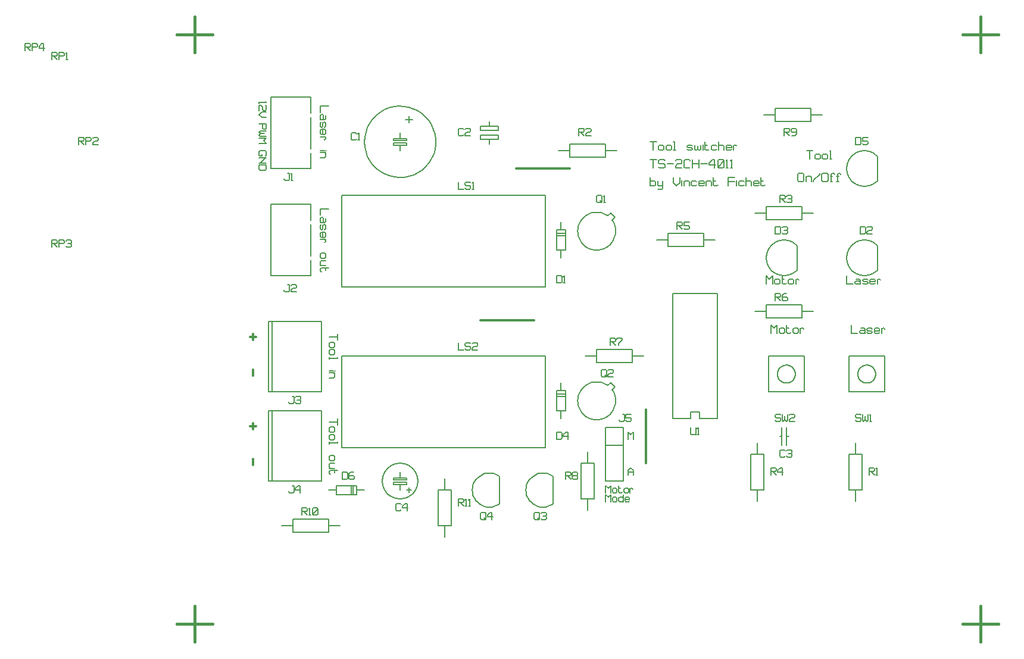
<source format=gbr>
G04                                                                  *
G04 SOURCE        : LAYO1 PCB.EXE VERSION 10                         *
G04 FORMAT        : GERBER RS-274X, Inch, 2.4, Leading Zero          *
G04 TITLE         : CNC3018SWITCHERV4011_SILKSCREEN TOP              *
G04 TIME          : Thursday, May 18, 2023  21:32:57                 *
G04                                                                  *
G04 Board width   : 125.000 mm. =  4.9213 inch                       *
G04 Board height  :  94.000 mm. =  3.7008 inch                       *
G04 Board offset  :   0.000 mm. =  0.0000 inch                       *
G04 Board offset  :   0.000 mm. =  0.0000 inch                       *
G04                                                                  *
G04 Apertures:                                                       *
G04       Type          X       Y             X       Y        Used  *
G04                      Inches                Metric                *
G04 D10   Draw        0.0118  0.0118        0.300   0.300        18  *
G04 D11   Draw        0.0079  0.0079        0.200   0.200      2527  *
G04 D12   Draw        0.0157  0.0157        0.400   0.400        16  *
G04                                                                  *
%FSLAX24Y24*
MOIN*
SFA1.0B1.0*%
%ADD10C,0.0118*%
%ADD11C,0.0079*%
%ADD12C,0.0157*%
%LNSILKSCREEN TOP*%
G54D10*
X020500Y028008D02*
X023500Y028008D01*
X018500Y019508D02*
X021500Y019508D01*
X027750Y014508D02*
X027750Y011508D01*
X005941Y018581D02*
X005587Y018581D01*
X005764Y018758D02*
X005764Y018404D01*
X005764Y016758D02*
X005764Y016404D01*
X005764Y011758D02*
X005764Y011404D01*
X005941Y013581D02*
X005587Y013581D01*
X005764Y013758D02*
X005764Y013404D01*
G54D11*
X014374Y029571D02*
X013626Y029571D01*
X013626Y029697D01*
X014374Y029697D01*
X014374Y029571D01*
X014374Y029445D02*
X013626Y029445D01*
X013626Y029319D01*
X014374Y029319D01*
X014374Y029445D01*
X014000Y029697D02*
X014000Y030008D01*
X014000Y029319D02*
X014000Y029008D01*
X012000Y029508D02*
X012000Y029508D01*
X012016Y029228D01*
X012079Y028953D01*
X012173Y028697D01*
X012303Y028445D01*
X012469Y028220D01*
X012665Y028024D01*
X012882Y027850D01*
X013126Y027713D01*
X013382Y027602D01*
X013657Y027539D01*
X013929Y027508D01*
X014213Y027516D01*
X014484Y027571D01*
X014752Y027657D01*
X015000Y027772D01*
X015236Y027929D01*
X015437Y028118D01*
X015618Y028335D01*
X015764Y028571D01*
X015882Y028827D01*
X015953Y029094D01*
X015992Y029366D01*
X015992Y029650D01*
X015953Y029929D01*
X015874Y030197D01*
X015764Y030453D01*
X015618Y030689D01*
X015437Y030898D01*
X015228Y031087D01*
X015000Y031244D01*
X014744Y031366D01*
X014476Y031453D01*
X014205Y031500D01*
X013929Y031508D01*
X013650Y031476D01*
X013374Y031406D01*
X013118Y031303D01*
X012874Y031165D01*
X012657Y030992D01*
X012469Y030787D01*
X012303Y030563D01*
X012173Y030319D01*
X012079Y030055D01*
X012016Y029780D01*
X012000Y029500D01*
X014689Y030760D02*
X014311Y030760D01*
X014500Y030945D02*
X014500Y030571D01*
X019000Y030634D02*
X019000Y030382D01*
X019500Y030382D01*
X019500Y030134D01*
X018500Y030134D01*
X018500Y030382D01*
X019000Y030382D01*
X019500Y029882D02*
X019500Y029634D01*
X018500Y029634D01*
X018500Y029882D01*
X019500Y029882D01*
X019000Y029382D02*
X019000Y029634D01*
X035374Y012508D02*
X035374Y013508D01*
X035626Y012508D02*
X035626Y013508D01*
X035626Y013008D02*
X035752Y013008D01*
X035374Y013008D02*
X035252Y013008D01*
X014374Y010008D02*
X014626Y010008D01*
X014500Y009882D02*
X014500Y010134D01*
X015000Y010508D02*
X015000Y010508D01*
X014969Y010764D01*
X014866Y011008D01*
X014705Y011220D01*
X014500Y011374D01*
X014256Y011476D01*
X014000Y011508D01*
X013744Y011476D01*
X013500Y011374D01*
X013287Y011213D01*
X013134Y011008D01*
X013031Y010764D01*
X013000Y010508D01*
X013031Y010252D01*
X013134Y010008D01*
X013295Y009795D01*
X013500Y009642D01*
X013744Y009539D01*
X014000Y009508D01*
X014256Y009539D01*
X014500Y009642D01*
X014713Y009803D01*
X014866Y010008D01*
X014969Y010252D01*
X015000Y010508D01*
X013626Y010445D02*
X014374Y010445D01*
X014374Y010319D01*
X013626Y010319D01*
X013626Y010445D01*
X013626Y010571D02*
X014374Y010571D01*
X014374Y010697D01*
X013626Y010697D01*
X013626Y010571D01*
X014000Y010697D02*
X014000Y011008D01*
X014000Y010319D02*
X014000Y010008D01*
X023000Y025008D02*
X023000Y024571D01*
X023252Y024571D01*
X023252Y023445D01*
X022748Y023445D01*
X022748Y024571D01*
X023000Y024571D01*
X023000Y023445D02*
X023000Y023008D01*
X022748Y024382D02*
X023252Y024382D01*
X023252Y024256D02*
X022748Y024256D01*
X040000Y022008D02*
X040256Y022039D01*
X040500Y022142D01*
X040713Y022303D01*
X040713Y023697D01*
X040500Y023874D01*
X040256Y023976D01*
X040000Y024008D01*
X039744Y023976D01*
X039500Y023874D01*
X039287Y023713D01*
X039134Y023508D01*
X039031Y023264D01*
X039000Y023008D01*
X039031Y022752D01*
X039134Y022508D01*
X039295Y022295D01*
X039500Y022142D01*
X039744Y022039D01*
X040000Y022008D01*
X035500Y022008D02*
X035756Y022039D01*
X036000Y022142D01*
X036213Y022303D01*
X036213Y023697D01*
X036000Y023874D01*
X035756Y023976D01*
X035500Y024008D01*
X035244Y023976D01*
X035000Y023874D01*
X034787Y023713D01*
X034634Y023508D01*
X034531Y023264D01*
X034500Y023008D01*
X034531Y022752D01*
X034634Y022508D01*
X034795Y022295D01*
X035000Y022142D01*
X035244Y022039D01*
X035500Y022008D01*
X023000Y016008D02*
X023000Y015571D01*
X023252Y015571D01*
X023252Y014445D01*
X022748Y014445D01*
X022748Y015571D01*
X023000Y015571D01*
X023000Y014445D02*
X023000Y014008D01*
X022748Y015382D02*
X023252Y015382D01*
X023252Y015256D02*
X022748Y015256D01*
X040000Y027008D02*
X040256Y027039D01*
X040500Y027142D01*
X040713Y027303D01*
X040713Y028697D01*
X040500Y028874D01*
X040256Y028976D01*
X040000Y029008D01*
X039744Y028976D01*
X039500Y028874D01*
X039287Y028713D01*
X039134Y028508D01*
X039031Y028264D01*
X039000Y028008D01*
X039031Y027752D01*
X039134Y027508D01*
X039295Y027295D01*
X039500Y027142D01*
X039744Y027039D01*
X040000Y027008D01*
X012000Y010008D02*
X011563Y010008D01*
X011563Y009756D01*
X010437Y009756D01*
X010437Y010260D01*
X011563Y010260D01*
X011563Y010008D01*
X010437Y010008D02*
X010000Y010008D01*
X011374Y010260D02*
X011374Y009756D01*
X011248Y009756D02*
X011248Y010260D01*
X009000Y028008D02*
X006750Y028008D01*
X009000Y028883D02*
X009000Y028008D01*
X009000Y029133D02*
X009000Y030883D01*
X009000Y031133D02*
X009000Y032008D01*
X006750Y032008D01*
X006750Y028008D01*
X009000Y022008D02*
X006750Y022008D01*
X009000Y022883D02*
X009000Y022008D01*
X009000Y023133D02*
X009000Y024883D01*
X009000Y025133D02*
X009000Y026008D01*
X006750Y026008D01*
X006750Y022008D01*
X006626Y015524D02*
X006626Y019461D01*
X009579Y019461D01*
X009579Y015524D01*
X006626Y015524D01*
X006843Y015524D02*
X006843Y019461D01*
X006626Y010524D02*
X006626Y014461D01*
X009579Y014461D01*
X009579Y010524D01*
X006626Y010524D01*
X006843Y010524D02*
X006843Y014461D01*
X026500Y013508D02*
X026500Y010508D01*
X025500Y010508D01*
X025500Y013508D01*
X026500Y013508D01*
X026500Y012508D02*
X025500Y012508D01*
X022126Y026508D02*
X022126Y021390D01*
X010713Y021390D01*
X010713Y026508D01*
X022126Y026508D01*
X022126Y017508D02*
X022126Y012390D01*
X010713Y012390D01*
X010713Y017508D01*
X022126Y017508D01*
X026063Y024508D02*
X026055Y024374D01*
X026024Y024236D01*
X025976Y024102D01*
X025921Y023969D01*
X025843Y023866D01*
X025752Y023760D01*
X025642Y023665D01*
X025539Y023587D01*
X025406Y023531D01*
X025272Y023484D01*
X025134Y023453D01*
X025000Y023445D01*
X024858Y023453D01*
X024720Y023484D01*
X024594Y023531D01*
X024469Y023587D01*
X024358Y023665D01*
X024248Y023760D01*
X024157Y023866D01*
X024087Y023969D01*
X024016Y024102D01*
X023969Y024236D01*
X023945Y024374D01*
X023937Y024508D01*
X023945Y024650D01*
X023969Y024787D01*
X024016Y024913D01*
X024079Y025039D01*
X024157Y025150D01*
X024248Y025260D01*
X024358Y025350D01*
X024469Y025421D01*
X024594Y025492D01*
X024720Y025539D01*
X024858Y025563D01*
X025000Y025563D01*
X025134Y025563D01*
X025272Y025539D01*
X025406Y025492D01*
X025539Y025421D01*
X025626Y025374D01*
X025780Y025524D01*
X026024Y025280D01*
X025866Y025126D01*
X025921Y025039D01*
X025984Y024913D01*
X026024Y024787D01*
X026055Y024650D01*
X026063Y024508D01*
X026063Y015008D02*
X026055Y014874D01*
X026024Y014736D01*
X025976Y014602D01*
X025921Y014469D01*
X025843Y014366D01*
X025752Y014260D01*
X025642Y014165D01*
X025539Y014087D01*
X025406Y014031D01*
X025272Y013984D01*
X025134Y013953D01*
X025000Y013945D01*
X024858Y013953D01*
X024720Y013984D01*
X024594Y014031D01*
X024469Y014087D01*
X024358Y014165D01*
X024248Y014260D01*
X024157Y014366D01*
X024087Y014469D01*
X024016Y014602D01*
X023969Y014736D01*
X023945Y014874D01*
X023937Y015008D01*
X023945Y015150D01*
X023969Y015287D01*
X024016Y015413D01*
X024079Y015539D01*
X024157Y015650D01*
X024248Y015760D01*
X024358Y015850D01*
X024469Y015921D01*
X024594Y015992D01*
X024720Y016039D01*
X024858Y016063D01*
X025000Y016063D01*
X025134Y016063D01*
X025272Y016039D01*
X025406Y015992D01*
X025539Y015921D01*
X025626Y015874D01*
X025780Y016024D01*
X026024Y015780D01*
X025866Y015626D01*
X025921Y015539D01*
X025984Y015413D01*
X026024Y015287D01*
X026055Y015150D01*
X026063Y015008D01*
X022563Y009252D02*
X022484Y009181D01*
X022366Y009134D01*
X022244Y009087D01*
X022118Y009063D01*
X022000Y009055D01*
X021874Y009063D01*
X021744Y009087D01*
X021524Y009181D01*
X021421Y009252D01*
X021319Y009335D01*
X021244Y009429D01*
X021181Y009524D01*
X021110Y009642D01*
X021071Y009764D01*
X021047Y009890D01*
X021039Y010008D01*
X021047Y010134D01*
X021071Y010264D01*
X021110Y010374D01*
X021173Y010484D01*
X021244Y010587D01*
X021319Y010689D01*
X021421Y010764D01*
X021524Y010827D01*
X021634Y010898D01*
X021744Y010937D01*
X021874Y010961D01*
X022118Y010961D01*
X022244Y010937D01*
X022366Y010898D01*
X022484Y010827D01*
X022563Y010787D01*
X022563Y009260D01*
X019563Y009252D02*
X019484Y009181D01*
X019366Y009134D01*
X019244Y009087D01*
X019118Y009063D01*
X019000Y009055D01*
X018874Y009063D01*
X018744Y009087D01*
X018524Y009181D01*
X018421Y009252D01*
X018319Y009335D01*
X018244Y009429D01*
X018181Y009524D01*
X018110Y009642D01*
X018071Y009764D01*
X018047Y009890D01*
X018039Y010008D01*
X018047Y010134D01*
X018071Y010264D01*
X018110Y010374D01*
X018173Y010484D01*
X018244Y010587D01*
X018319Y010689D01*
X018421Y010764D01*
X018524Y010827D01*
X018634Y010898D01*
X018744Y010937D01*
X018874Y010961D01*
X019118Y010961D01*
X019244Y010937D01*
X019366Y010898D01*
X019484Y010827D01*
X019563Y010787D01*
X019563Y009260D01*
X039500Y012634D02*
X039500Y012008D01*
X039126Y012008D01*
X039126Y010008D01*
X039874Y010008D01*
X039874Y012008D01*
X039500Y012008D01*
X039500Y010008D02*
X039500Y009382D01*
X022874Y029008D02*
X023500Y029008D01*
X023500Y028634D01*
X025500Y028634D01*
X025500Y029382D01*
X023500Y029382D01*
X023500Y029008D01*
X025500Y029008D02*
X026126Y029008D01*
X037126Y025508D02*
X036500Y025508D01*
X036500Y025882D01*
X034500Y025882D01*
X034500Y025134D01*
X036500Y025134D01*
X036500Y025508D01*
X034500Y025508D02*
X033874Y025508D01*
X034000Y012634D02*
X034000Y012008D01*
X033626Y012008D01*
X033626Y010008D01*
X034374Y010008D01*
X034374Y012008D01*
X034000Y012008D01*
X034000Y010008D02*
X034000Y009382D01*
X028374Y024008D02*
X029000Y024008D01*
X029000Y023634D01*
X031000Y023634D01*
X031000Y024382D01*
X029000Y024382D01*
X029000Y024008D01*
X031000Y024008D02*
X031626Y024008D01*
X037126Y020008D02*
X036500Y020008D01*
X036500Y020382D01*
X034500Y020382D01*
X034500Y019634D01*
X036500Y019634D01*
X036500Y020008D01*
X034500Y020008D02*
X033874Y020008D01*
X024374Y017508D02*
X025000Y017508D01*
X025000Y017134D01*
X027000Y017134D01*
X027000Y017882D01*
X025000Y017882D01*
X025000Y017508D01*
X027000Y017508D02*
X027626Y017508D01*
X024500Y012134D02*
X024500Y011508D01*
X024126Y011508D01*
X024126Y009508D01*
X024874Y009508D01*
X024874Y011508D01*
X024500Y011508D01*
X024500Y009508D02*
X024500Y008882D01*
X034374Y031008D02*
X035000Y031008D01*
X035000Y030634D01*
X037000Y030634D01*
X037000Y031382D01*
X035000Y031382D01*
X035000Y031008D01*
X037000Y031008D02*
X037626Y031008D01*
X007374Y008008D02*
X008000Y008008D01*
X008000Y007634D01*
X010000Y007634D01*
X010000Y008382D01*
X008000Y008382D01*
X008000Y008008D01*
X010000Y008008D02*
X010626Y008008D01*
X016500Y007382D02*
X016500Y008008D01*
X016874Y008008D01*
X016874Y010008D01*
X016126Y010008D01*
X016126Y008008D01*
X016500Y008008D01*
X016500Y010008D02*
X016500Y010634D01*
X041125Y015508D02*
X039125Y015508D01*
X039125Y017508D01*
X041125Y017508D01*
X041125Y015508D01*
X040125Y017008D02*
X040125Y017008D01*
X040108Y017008D01*
X040090Y017007D01*
X040073Y017005D01*
X040055Y017003D01*
X040038Y017000D01*
X040021Y016997D01*
X040004Y016993D01*
X039987Y016989D01*
X039970Y016983D01*
X039954Y016978D01*
X039938Y016971D01*
X039922Y016965D01*
X039906Y016957D01*
X039890Y016949D01*
X039875Y016941D01*
X039860Y016932D01*
X039845Y016922D01*
X039831Y016912D01*
X039817Y016902D01*
X039804Y016891D01*
X039790Y016879D01*
X039778Y016868D01*
X039765Y016855D01*
X039753Y016842D01*
X039742Y016829D01*
X039731Y016816D01*
X039720Y016802D01*
X039710Y016787D01*
X039701Y016773D01*
X039692Y016758D01*
X039684Y016743D01*
X039676Y016727D01*
X039668Y016711D01*
X039661Y016695D01*
X039655Y016679D01*
X039649Y016662D01*
X039644Y016646D01*
X039640Y016629D01*
X039636Y016612D01*
X039633Y016595D01*
X039630Y016577D01*
X039628Y016560D01*
X039626Y016543D01*
X039625Y016525D01*
X039625Y016508D01*
X039625Y016490D01*
X039626Y016473D01*
X039628Y016456D01*
X039630Y016438D01*
X039633Y016421D01*
X039636Y016404D01*
X039640Y016387D01*
X039644Y016370D01*
X039649Y016353D01*
X039655Y016337D01*
X039661Y016321D01*
X039668Y016305D01*
X039676Y016289D01*
X039684Y016273D01*
X039692Y016258D01*
X039701Y016243D01*
X039710Y016228D01*
X039720Y016214D01*
X039731Y016200D01*
X039742Y016186D01*
X039753Y016173D01*
X039765Y016161D01*
X039778Y016148D01*
X039790Y016136D01*
X039804Y016125D01*
X039817Y016114D01*
X039831Y016103D01*
X039845Y016093D01*
X039860Y016084D01*
X039875Y016075D01*
X039890Y016066D01*
X039906Y016058D01*
X039922Y016051D01*
X039938Y016044D01*
X039954Y016038D01*
X039970Y016032D01*
X039987Y016027D01*
X040004Y016023D01*
X040021Y016019D01*
X040038Y016015D01*
X040055Y016013D01*
X040073Y016011D01*
X040090Y016009D01*
X040108Y016008D01*
X040125Y016008D01*
X040142Y016008D01*
X040160Y016009D01*
X040177Y016011D01*
X040195Y016013D01*
X040212Y016015D01*
X040229Y016019D01*
X040246Y016023D01*
X040263Y016027D01*
X040280Y016032D01*
X040296Y016038D01*
X040312Y016044D01*
X040328Y016051D01*
X040344Y016058D01*
X040360Y016066D01*
X040375Y016075D01*
X040390Y016084D01*
X040405Y016093D01*
X040419Y016103D01*
X040433Y016114D01*
X040446Y016125D01*
X040460Y016136D01*
X040472Y016148D01*
X040485Y016161D01*
X040497Y016173D01*
X040508Y016186D01*
X040519Y016200D01*
X040530Y016214D01*
X040540Y016228D01*
X040549Y016243D01*
X040558Y016258D01*
X040566Y016273D01*
X040574Y016289D01*
X040582Y016305D01*
X040589Y016321D01*
X040595Y016337D01*
X040601Y016353D01*
X040606Y016370D01*
X040610Y016387D01*
X040614Y016404D01*
X040617Y016421D01*
X040620Y016438D01*
X040622Y016456D01*
X040624Y016473D01*
X040625Y016490D01*
X040625Y016508D01*
X040625Y016525D01*
X040624Y016543D01*
X040622Y016560D01*
X040620Y016577D01*
X040617Y016595D01*
X040614Y016612D01*
X040610Y016629D01*
X040606Y016646D01*
X040601Y016662D01*
X040595Y016679D01*
X040589Y016695D01*
X040582Y016711D01*
X040574Y016727D01*
X040566Y016743D01*
X040558Y016758D01*
X040549Y016773D01*
X040540Y016787D01*
X040530Y016802D01*
X040519Y016816D01*
X040508Y016829D01*
X040497Y016842D01*
X040485Y016855D01*
X040472Y016868D01*
X040460Y016879D01*
X040446Y016891D01*
X040433Y016902D01*
X040419Y016912D01*
X040405Y016922D01*
X040390Y016932D01*
X040375Y016941D01*
X040360Y016949D01*
X040344Y016957D01*
X040328Y016965D01*
X040312Y016971D01*
X040296Y016978D01*
X040280Y016983D01*
X040263Y016989D01*
X040246Y016993D01*
X040229Y016997D01*
X040212Y017000D01*
X040195Y017003D01*
X040177Y017005D01*
X040160Y017007D01*
X040142Y017008D01*
X040125Y017008D01*
X036625Y015508D02*
X034625Y015508D01*
X034625Y017508D01*
X036625Y017508D01*
X036625Y015508D01*
X035625Y017008D02*
X035625Y017008D01*
X035608Y017008D01*
X035590Y017007D01*
X035573Y017005D01*
X035555Y017003D01*
X035538Y017000D01*
X035521Y016997D01*
X035504Y016993D01*
X035487Y016989D01*
X035470Y016983D01*
X035454Y016978D01*
X035438Y016971D01*
X035422Y016965D01*
X035406Y016957D01*
X035390Y016949D01*
X035375Y016941D01*
X035360Y016932D01*
X035345Y016922D01*
X035331Y016912D01*
X035317Y016902D01*
X035304Y016891D01*
X035290Y016879D01*
X035278Y016868D01*
X035265Y016855D01*
X035253Y016842D01*
X035242Y016829D01*
X035231Y016816D01*
X035220Y016802D01*
X035210Y016787D01*
X035201Y016773D01*
X035192Y016758D01*
X035184Y016743D01*
X035176Y016727D01*
X035168Y016711D01*
X035161Y016695D01*
X035155Y016679D01*
X035149Y016662D01*
X035144Y016646D01*
X035140Y016629D01*
X035136Y016612D01*
X035133Y016595D01*
X035130Y016577D01*
X035128Y016560D01*
X035126Y016543D01*
X035125Y016525D01*
X035125Y016508D01*
X035125Y016490D01*
X035126Y016473D01*
X035128Y016456D01*
X035130Y016438D01*
X035133Y016421D01*
X035136Y016404D01*
X035140Y016387D01*
X035144Y016370D01*
X035149Y016353D01*
X035155Y016337D01*
X035161Y016321D01*
X035168Y016305D01*
X035176Y016289D01*
X035184Y016273D01*
X035192Y016258D01*
X035201Y016243D01*
X035210Y016228D01*
X035220Y016214D01*
X035231Y016200D01*
X035242Y016186D01*
X035253Y016173D01*
X035265Y016161D01*
X035278Y016148D01*
X035290Y016136D01*
X035304Y016125D01*
X035317Y016114D01*
X035331Y016103D01*
X035345Y016093D01*
X035360Y016084D01*
X035375Y016075D01*
X035390Y016066D01*
X035406Y016058D01*
X035422Y016051D01*
X035438Y016044D01*
X035454Y016038D01*
X035470Y016032D01*
X035487Y016027D01*
X035504Y016023D01*
X035521Y016019D01*
X035538Y016015D01*
X035555Y016013D01*
X035573Y016011D01*
X035590Y016009D01*
X035608Y016008D01*
X035625Y016008D01*
X035642Y016008D01*
X035660Y016009D01*
X035677Y016011D01*
X035695Y016013D01*
X035712Y016015D01*
X035729Y016019D01*
X035746Y016023D01*
X035763Y016027D01*
X035780Y016032D01*
X035796Y016038D01*
X035812Y016044D01*
X035828Y016051D01*
X035844Y016058D01*
X035860Y016066D01*
X035875Y016075D01*
X035890Y016084D01*
X035905Y016093D01*
X035919Y016103D01*
X035933Y016114D01*
X035946Y016125D01*
X035960Y016136D01*
X035972Y016148D01*
X035985Y016161D01*
X035997Y016173D01*
X036008Y016186D01*
X036019Y016200D01*
X036030Y016214D01*
X036040Y016228D01*
X036049Y016243D01*
X036058Y016258D01*
X036066Y016273D01*
X036074Y016289D01*
X036082Y016305D01*
X036089Y016321D01*
X036095Y016337D01*
X036101Y016353D01*
X036106Y016370D01*
X036110Y016387D01*
X036114Y016404D01*
X036117Y016421D01*
X036120Y016438D01*
X036122Y016456D01*
X036124Y016473D01*
X036125Y016490D01*
X036125Y016508D01*
X036125Y016525D01*
X036124Y016543D01*
X036122Y016560D01*
X036120Y016577D01*
X036117Y016595D01*
X036114Y016612D01*
X036110Y016629D01*
X036106Y016646D01*
X036101Y016662D01*
X036095Y016679D01*
X036089Y016695D01*
X036082Y016711D01*
X036074Y016727D01*
X036066Y016743D01*
X036058Y016758D01*
X036049Y016773D01*
X036040Y016787D01*
X036030Y016802D01*
X036019Y016816D01*
X036008Y016829D01*
X035997Y016842D01*
X035985Y016855D01*
X035972Y016868D01*
X035960Y016879D01*
X035946Y016891D01*
X035933Y016902D01*
X035919Y016912D01*
X035905Y016922D01*
X035890Y016932D01*
X035875Y016941D01*
X035860Y016949D01*
X035844Y016957D01*
X035828Y016965D01*
X035812Y016971D01*
X035796Y016978D01*
X035780Y016983D01*
X035763Y016989D01*
X035746Y016993D01*
X035729Y016997D01*
X035712Y017000D01*
X035695Y017003D01*
X035677Y017005D01*
X035660Y017007D01*
X035642Y017008D01*
X035625Y017008D01*
X029252Y014008D02*
X029252Y021008D01*
X031748Y021008D01*
X031748Y014008D01*
X030752Y014008D01*
X030752Y014382D01*
X030252Y014382D01*
X030252Y014008D01*
X029252Y014008D01*
X034750Y018785D02*
X034750Y019258D01*
X034927Y019081D01*
X035104Y019258D01*
X035104Y018785D01*
X035281Y018785D02*
X035222Y018844D01*
X035222Y019022D01*
X035281Y019081D01*
X035459Y019081D01*
X035518Y019022D01*
X035518Y018844D01*
X035459Y018785D01*
X035281Y018785D01*
X035636Y019258D02*
X035636Y018844D01*
X035695Y018785D01*
X035813Y018785D01*
X035872Y018844D01*
X035636Y019081D02*
X035754Y019081D01*
X036049Y018785D02*
X035990Y018844D01*
X035990Y019022D01*
X036049Y019081D01*
X036226Y019081D01*
X036285Y019022D01*
X036285Y018844D01*
X036226Y018785D01*
X036049Y018785D01*
X036404Y018785D02*
X036404Y019081D01*
X036404Y019022D02*
X036463Y019081D01*
X036522Y019081D01*
X036581Y019022D01*
X039250Y019258D02*
X039250Y018785D01*
X039604Y018785D01*
X039781Y019081D02*
X039959Y019081D01*
X040018Y019022D01*
X040018Y018785D01*
X040018Y018844D02*
X039959Y018785D01*
X039781Y018785D01*
X039722Y018844D01*
X039722Y018904D01*
X039781Y018963D01*
X039959Y018963D01*
X040018Y018904D01*
X040136Y018844D02*
X040195Y018785D01*
X040372Y018785D01*
X040431Y018844D01*
X040431Y018874D01*
X040372Y018933D01*
X040195Y018933D01*
X040136Y018992D01*
X040136Y019022D01*
X040195Y019081D01*
X040372Y019081D01*
X040431Y019022D01*
X040844Y018844D02*
X040785Y018785D01*
X040608Y018785D01*
X040549Y018844D01*
X040549Y019022D01*
X040608Y019081D01*
X040785Y019081D01*
X040844Y019022D01*
X040844Y018933D01*
X040549Y018933D01*
X040963Y018785D02*
X040963Y019081D01*
X040963Y019022D02*
X041022Y019081D01*
X041081Y019081D01*
X041140Y019022D01*
X028177Y029035D02*
X028177Y029508D01*
X028000Y029508D02*
X028354Y029508D01*
X028531Y029035D02*
X028472Y029094D01*
X028472Y029272D01*
X028531Y029331D01*
X028709Y029331D01*
X028768Y029272D01*
X028768Y029094D01*
X028709Y029035D01*
X028531Y029035D01*
X028945Y029035D02*
X028886Y029094D01*
X028886Y029272D01*
X028945Y029331D01*
X029122Y029331D01*
X029181Y029272D01*
X029181Y029094D01*
X029122Y029035D01*
X028945Y029035D01*
X029299Y029035D02*
X029417Y029035D01*
X029358Y029035D02*
X029358Y029508D01*
X029299Y029508D01*
X030067Y029094D02*
X030126Y029035D01*
X030303Y029035D01*
X030362Y029094D01*
X030362Y029124D01*
X030303Y029183D01*
X030126Y029183D01*
X030067Y029242D01*
X030067Y029272D01*
X030126Y029331D01*
X030303Y029331D01*
X030362Y029272D01*
X030480Y029331D02*
X030480Y029094D01*
X030539Y029035D01*
X030598Y029035D01*
X030657Y029094D01*
X030657Y029272D01*
X030657Y029094D02*
X030717Y029035D01*
X030776Y029035D01*
X030835Y029094D01*
X030835Y029331D01*
X030953Y029035D02*
X030953Y029272D01*
X030953Y029331D02*
X030953Y029360D01*
X031071Y029508D02*
X031071Y029094D01*
X031130Y029035D01*
X031248Y029035D01*
X031307Y029094D01*
X031071Y029331D02*
X031189Y029331D01*
X031720Y029094D02*
X031661Y029035D01*
X031484Y029035D01*
X031425Y029094D01*
X031425Y029272D01*
X031484Y029331D01*
X031661Y029331D01*
X031720Y029272D01*
X031839Y029508D02*
X031839Y029035D01*
X031839Y029272D02*
X031898Y029331D01*
X032075Y029331D01*
X032134Y029272D01*
X032134Y029035D01*
X032547Y029094D02*
X032488Y029035D01*
X032311Y029035D01*
X032252Y029094D01*
X032252Y029272D01*
X032311Y029331D01*
X032488Y029331D01*
X032547Y029272D01*
X032547Y029183D01*
X032252Y029183D01*
X032665Y029035D02*
X032665Y029331D01*
X032665Y029272D02*
X032724Y029331D01*
X032783Y029331D01*
X032843Y029272D01*
X028177Y028035D02*
X028177Y028508D01*
X028000Y028508D02*
X028354Y028508D01*
X028472Y028094D02*
X028531Y028035D01*
X028768Y028035D01*
X028827Y028094D01*
X028827Y028213D01*
X028768Y028272D01*
X028531Y028272D01*
X028472Y028331D01*
X028472Y028449D01*
X028531Y028508D01*
X028768Y028508D01*
X028827Y028449D01*
X028945Y028272D02*
X029299Y028272D01*
X029772Y028035D02*
X029417Y028035D01*
X029417Y028154D01*
X029535Y028272D01*
X029713Y028272D01*
X029772Y028331D01*
X029772Y028449D01*
X029713Y028508D01*
X029476Y028508D01*
X029417Y028449D01*
X030244Y028094D02*
X030185Y028035D01*
X029949Y028035D01*
X029890Y028094D01*
X029890Y028449D01*
X029949Y028508D01*
X030185Y028508D01*
X030244Y028449D01*
X030362Y028035D02*
X030362Y028508D01*
X030362Y028272D02*
X030717Y028272D01*
X030717Y028508D02*
X030717Y028035D01*
X030835Y028272D02*
X031189Y028272D01*
X031602Y028035D02*
X031602Y028508D01*
X031484Y028508D01*
X031307Y028331D01*
X031307Y028213D01*
X031661Y028213D01*
X031839Y028035D02*
X031780Y028094D01*
X031780Y028449D01*
X031839Y028508D01*
X032075Y028508D01*
X032134Y028449D01*
X032134Y028094D01*
X032075Y028035D01*
X031839Y028035D01*
X031780Y028094D02*
X032134Y028449D01*
X032252Y028035D02*
X032370Y028035D01*
X032311Y028035D02*
X032311Y028508D01*
X032252Y028449D01*
X032488Y028035D02*
X032606Y028035D01*
X032547Y028035D02*
X032547Y028508D01*
X032488Y028449D01*
X028000Y027035D02*
X028000Y027508D01*
X028000Y027272D02*
X028059Y027331D01*
X028236Y027331D01*
X028295Y027272D01*
X028295Y027094D01*
X028236Y027035D01*
X028059Y027035D01*
X028000Y027094D01*
X028443Y026858D02*
X028650Y026858D01*
X028709Y026917D01*
X028709Y027331D01*
X028709Y027094D02*
X028650Y027035D01*
X028472Y027035D01*
X028413Y027094D01*
X028413Y027331D01*
X029299Y027508D02*
X029299Y027213D01*
X029476Y027035D01*
X029654Y027213D01*
X029654Y027508D01*
X029772Y027035D02*
X029772Y027272D01*
X029772Y027331D02*
X029772Y027360D01*
X029890Y027035D02*
X029890Y027331D01*
X029890Y027272D02*
X029949Y027331D01*
X030126Y027331D01*
X030185Y027272D01*
X030185Y027035D01*
X030598Y027094D02*
X030539Y027035D01*
X030362Y027035D01*
X030303Y027094D01*
X030303Y027272D01*
X030362Y027331D01*
X030539Y027331D01*
X030598Y027272D01*
X031012Y027094D02*
X030953Y027035D01*
X030776Y027035D01*
X030717Y027094D01*
X030717Y027272D01*
X030776Y027331D01*
X030953Y027331D01*
X031012Y027272D01*
X031012Y027183D01*
X030717Y027183D01*
X031130Y027035D02*
X031130Y027331D01*
X031130Y027272D02*
X031189Y027331D01*
X031366Y027331D01*
X031425Y027272D01*
X031425Y027035D01*
X031543Y027508D02*
X031543Y027094D01*
X031602Y027035D01*
X031720Y027035D01*
X031780Y027094D01*
X031543Y027331D02*
X031661Y027331D01*
X032370Y027035D02*
X032370Y027508D01*
X032724Y027508D01*
X032724Y027272D02*
X032370Y027272D01*
X032843Y027035D02*
X032843Y027272D01*
X032843Y027331D02*
X032843Y027360D01*
X033256Y027094D02*
X033197Y027035D01*
X033020Y027035D01*
X032961Y027094D01*
X032961Y027272D01*
X033020Y027331D01*
X033197Y027331D01*
X033256Y027272D01*
X033374Y027508D02*
X033374Y027035D01*
X033374Y027272D02*
X033433Y027331D01*
X033610Y027331D01*
X033669Y027272D01*
X033669Y027035D01*
X034083Y027094D02*
X034024Y027035D01*
X033846Y027035D01*
X033787Y027094D01*
X033787Y027272D01*
X033846Y027331D01*
X034024Y027331D01*
X034083Y027272D01*
X034083Y027183D01*
X033787Y027183D01*
X034201Y027508D02*
X034201Y027094D01*
X034260Y027035D01*
X034378Y027035D01*
X034437Y027094D01*
X034201Y027331D02*
X034319Y027331D01*
X036927Y028535D02*
X036927Y029008D01*
X036750Y029008D02*
X037104Y029008D01*
X037281Y028535D02*
X037222Y028594D01*
X037222Y028772D01*
X037281Y028831D01*
X037459Y028831D01*
X037518Y028772D01*
X037518Y028594D01*
X037459Y028535D01*
X037281Y028535D01*
X037695Y028535D02*
X037636Y028594D01*
X037636Y028772D01*
X037695Y028831D01*
X037872Y028831D01*
X037931Y028772D01*
X037931Y028594D01*
X037872Y028535D01*
X037695Y028535D01*
X038049Y028535D02*
X038167Y028535D01*
X038108Y028535D02*
X038108Y029008D01*
X038049Y029008D01*
X036545Y027285D02*
X036309Y027285D01*
X036250Y027344D01*
X036250Y027699D01*
X036309Y027758D01*
X036545Y027758D01*
X036604Y027699D01*
X036604Y027344D01*
X036545Y027285D01*
X036722Y027285D02*
X036722Y027581D01*
X036722Y027522D02*
X036781Y027581D01*
X036959Y027581D01*
X037018Y027522D01*
X037018Y027285D01*
X037136Y027285D02*
X037136Y027344D01*
X037490Y027699D01*
X037490Y027758D01*
X037904Y027285D02*
X037667Y027285D01*
X037608Y027344D01*
X037608Y027699D01*
X037667Y027758D01*
X037904Y027758D01*
X037963Y027699D01*
X037963Y027344D01*
X037904Y027285D01*
X038317Y027699D02*
X038258Y027758D01*
X038199Y027758D01*
X038140Y027699D01*
X038140Y027285D01*
X038081Y027285D01*
X038199Y027285D01*
X038081Y027581D02*
X038199Y027581D01*
X038671Y027699D02*
X038612Y027758D01*
X038553Y027758D01*
X038494Y027699D01*
X038494Y027285D01*
X038435Y027285D01*
X038553Y027285D01*
X038435Y027581D02*
X038553Y027581D01*
X034500Y021535D02*
X034500Y022008D01*
X034677Y021831D01*
X034854Y022008D01*
X034854Y021535D01*
X035031Y021535D02*
X034972Y021594D01*
X034972Y021772D01*
X035031Y021831D01*
X035209Y021831D01*
X035268Y021772D01*
X035268Y021594D01*
X035209Y021535D01*
X035031Y021535D01*
X035386Y022008D02*
X035386Y021594D01*
X035445Y021535D01*
X035563Y021535D01*
X035622Y021594D01*
X035386Y021831D02*
X035504Y021831D01*
X035799Y021535D02*
X035740Y021594D01*
X035740Y021772D01*
X035799Y021831D01*
X035976Y021831D01*
X036035Y021772D01*
X036035Y021594D01*
X035976Y021535D01*
X035799Y021535D01*
X036154Y021535D02*
X036154Y021831D01*
X036154Y021772D02*
X036213Y021831D01*
X036272Y021831D01*
X036331Y021772D01*
X039000Y022008D02*
X039000Y021535D01*
X039354Y021535D01*
X039531Y021831D02*
X039709Y021831D01*
X039768Y021772D01*
X039768Y021535D01*
X039768Y021594D02*
X039709Y021535D01*
X039531Y021535D01*
X039472Y021594D01*
X039472Y021654D01*
X039531Y021713D01*
X039709Y021713D01*
X039768Y021654D01*
X039886Y021594D02*
X039945Y021535D01*
X040122Y021535D01*
X040181Y021594D01*
X040181Y021624D01*
X040122Y021683D01*
X039945Y021683D01*
X039886Y021742D01*
X039886Y021772D01*
X039945Y021831D01*
X040122Y021831D01*
X040181Y021772D01*
X040594Y021594D02*
X040535Y021535D01*
X040358Y021535D01*
X040299Y021594D01*
X040299Y021772D01*
X040358Y021831D01*
X040535Y021831D01*
X040594Y021772D01*
X040594Y021683D01*
X040299Y021683D01*
X040713Y021535D02*
X040713Y021831D01*
X040713Y021772D02*
X040772Y021831D01*
X040831Y021831D01*
X040890Y021772D01*
X010000Y031508D02*
X009528Y031508D01*
X009528Y031154D01*
X009823Y030976D02*
X009823Y030799D01*
X009764Y030740D01*
X009528Y030740D01*
X009587Y030740D02*
X009528Y030799D01*
X009528Y030976D01*
X009587Y031035D01*
X009646Y031035D01*
X009705Y030976D01*
X009705Y030799D01*
X009646Y030740D01*
X009587Y030622D02*
X009528Y030563D01*
X009528Y030386D01*
X009587Y030327D01*
X009616Y030327D01*
X009675Y030386D01*
X009675Y030563D01*
X009734Y030622D01*
X009764Y030622D01*
X009823Y030563D01*
X009823Y030386D01*
X009764Y030327D01*
X009587Y029913D02*
X009528Y029972D01*
X009528Y030150D01*
X009587Y030209D01*
X009764Y030209D01*
X009823Y030150D01*
X009823Y029972D01*
X009764Y029913D01*
X009675Y029913D01*
X009675Y030209D01*
X009528Y029795D02*
X009823Y029795D01*
X009764Y029795D02*
X009823Y029736D01*
X009823Y029677D01*
X009764Y029618D01*
X009528Y029028D02*
X009764Y029028D01*
X009823Y029028D02*
X009852Y029028D01*
X009528Y028909D02*
X009823Y028909D01*
X009764Y028909D02*
X009823Y028850D01*
X009823Y028673D01*
X009764Y028614D01*
X009528Y028614D01*
X010000Y025758D02*
X009528Y025758D01*
X009528Y025404D01*
X009823Y025226D02*
X009823Y025049D01*
X009764Y024990D01*
X009528Y024990D01*
X009587Y024990D02*
X009528Y025049D01*
X009528Y025226D01*
X009587Y025285D01*
X009646Y025285D01*
X009705Y025226D01*
X009705Y025049D01*
X009646Y024990D01*
X009587Y024872D02*
X009528Y024813D01*
X009528Y024636D01*
X009587Y024577D01*
X009616Y024577D01*
X009675Y024636D01*
X009675Y024813D01*
X009734Y024872D01*
X009764Y024872D01*
X009823Y024813D01*
X009823Y024636D01*
X009764Y024577D01*
X009587Y024163D02*
X009528Y024222D01*
X009528Y024400D01*
X009587Y024459D01*
X009764Y024459D01*
X009823Y024400D01*
X009823Y024222D01*
X009764Y024163D01*
X009675Y024163D01*
X009675Y024459D01*
X009528Y024045D02*
X009823Y024045D01*
X009764Y024045D02*
X009823Y023986D01*
X009823Y023927D01*
X009764Y023868D01*
X009528Y023219D02*
X009587Y023278D01*
X009764Y023278D01*
X009823Y023219D01*
X009823Y023041D01*
X009764Y022982D01*
X009587Y022982D01*
X009528Y023041D01*
X009528Y023219D01*
X009823Y022864D02*
X009587Y022864D01*
X009528Y022805D01*
X009528Y022628D01*
X009587Y022569D01*
X009823Y022569D02*
X009528Y022569D01*
X010000Y022451D02*
X009587Y022451D01*
X009528Y022392D01*
X009528Y022274D01*
X009587Y022215D01*
X009823Y022451D02*
X009823Y022333D01*
X010028Y018581D02*
X010500Y018581D01*
X010500Y018758D02*
X010500Y018404D01*
X010028Y018226D02*
X010087Y018285D01*
X010264Y018285D01*
X010323Y018226D01*
X010323Y018049D01*
X010264Y017990D01*
X010087Y017990D01*
X010028Y018049D01*
X010028Y018226D01*
X010028Y017813D02*
X010087Y017872D01*
X010264Y017872D01*
X010323Y017813D01*
X010323Y017636D01*
X010264Y017577D01*
X010087Y017577D01*
X010028Y017636D01*
X010028Y017813D01*
X010028Y017459D02*
X010028Y017341D01*
X010028Y017400D02*
X010500Y017400D01*
X010500Y017459D01*
X010028Y016691D02*
X010264Y016691D01*
X010323Y016691D02*
X010352Y016691D01*
X010028Y016573D02*
X010323Y016573D01*
X010264Y016573D02*
X010323Y016514D01*
X010323Y016337D01*
X010264Y016278D01*
X010028Y016278D01*
X010028Y013831D02*
X010500Y013831D01*
X010500Y014008D02*
X010500Y013654D01*
X010028Y013476D02*
X010087Y013535D01*
X010264Y013535D01*
X010323Y013476D01*
X010323Y013299D01*
X010264Y013240D01*
X010087Y013240D01*
X010028Y013299D01*
X010028Y013476D01*
X010028Y013063D02*
X010087Y013122D01*
X010264Y013122D01*
X010323Y013063D01*
X010323Y012886D01*
X010264Y012827D01*
X010087Y012827D01*
X010028Y012886D01*
X010028Y013063D01*
X010028Y012709D02*
X010028Y012591D01*
X010028Y012650D02*
X010500Y012650D01*
X010500Y012709D01*
X010028Y011882D02*
X010087Y011941D01*
X010264Y011941D01*
X010323Y011882D01*
X010323Y011705D01*
X010264Y011646D01*
X010087Y011646D01*
X010028Y011705D01*
X010028Y011882D01*
X010323Y011528D02*
X010087Y011528D01*
X010028Y011469D01*
X010028Y011291D01*
X010087Y011232D01*
X010323Y011232D02*
X010028Y011232D01*
X010500Y011114D02*
X010087Y011114D01*
X010028Y011055D01*
X010028Y010937D01*
X010087Y010878D01*
X010323Y011114D02*
X010323Y010996D01*
X006254Y028811D02*
X006254Y028713D01*
X006156Y028713D01*
X006106Y028762D01*
X006106Y028959D01*
X006156Y029008D01*
X006451Y029008D01*
X006500Y028959D01*
X006500Y028762D01*
X006451Y028713D01*
X006106Y028614D02*
X006500Y028614D01*
X006451Y028614D02*
X006156Y028319D01*
X006106Y028319D02*
X006500Y028319D01*
X006106Y028221D02*
X006500Y028221D01*
X006500Y027975D01*
X006451Y027925D01*
X006156Y027925D01*
X006106Y027975D01*
X006106Y028221D01*
X006106Y030508D02*
X006500Y030508D01*
X006500Y030262D01*
X006451Y030213D01*
X006352Y030213D01*
X006303Y030262D01*
X006303Y030508D01*
X006500Y030114D02*
X006156Y030114D01*
X006106Y030065D01*
X006205Y029967D01*
X006402Y029967D01*
X006205Y029967D02*
X006106Y029868D01*
X006156Y029819D01*
X006500Y029819D01*
X006106Y029721D02*
X006500Y029721D01*
X006352Y029573D01*
X006500Y029425D01*
X006106Y029425D01*
X006106Y031758D02*
X006106Y031659D01*
X006106Y031709D02*
X006500Y031709D01*
X006451Y031758D01*
X006106Y031266D02*
X006106Y031561D01*
X006205Y031561D01*
X006303Y031463D01*
X006303Y031315D01*
X006352Y031266D01*
X006451Y031266D01*
X006500Y031315D01*
X006500Y031512D01*
X006451Y031561D01*
X006500Y031167D02*
X006254Y031167D01*
X006106Y031020D01*
X006254Y030872D01*
X006500Y030872D01*
X026750Y012864D02*
X026750Y013258D01*
X026898Y013110D01*
X027045Y013258D01*
X027045Y012864D01*
X026750Y010864D02*
X026750Y011110D01*
X026898Y011258D01*
X027045Y011110D01*
X027045Y010864D01*
X026750Y011012D02*
X027045Y011012D01*
X025500Y009864D02*
X025500Y010258D01*
X025648Y010110D01*
X025795Y010258D01*
X025795Y009864D01*
X025943Y009864D02*
X025894Y009913D01*
X025894Y010061D01*
X025943Y010110D01*
X026090Y010110D01*
X026140Y010061D01*
X026140Y009913D01*
X026090Y009864D01*
X025943Y009864D01*
X026238Y010258D02*
X026238Y009913D01*
X026287Y009864D01*
X026386Y009864D01*
X026435Y009913D01*
X026238Y010110D02*
X026336Y010110D01*
X026583Y009864D02*
X026533Y009913D01*
X026533Y010061D01*
X026583Y010110D01*
X026730Y010110D01*
X026779Y010061D01*
X026779Y009913D01*
X026730Y009864D01*
X026583Y009864D01*
X026878Y009864D02*
X026878Y010110D01*
X026878Y010061D02*
X026927Y010110D01*
X026976Y010110D01*
X027025Y010061D01*
X025500Y009364D02*
X025500Y009758D01*
X025648Y009610D01*
X025795Y009758D01*
X025795Y009364D01*
X025943Y009364D02*
X025894Y009413D01*
X025894Y009561D01*
X025943Y009610D01*
X026090Y009610D01*
X026140Y009561D01*
X026140Y009413D01*
X026090Y009364D01*
X025943Y009364D01*
X026484Y009758D02*
X026484Y009364D01*
X026484Y009413D02*
X026435Y009364D01*
X026287Y009364D01*
X026238Y009413D01*
X026238Y009561D01*
X026287Y009610D01*
X026435Y009610D01*
X026484Y009561D01*
X026829Y009413D02*
X026779Y009364D01*
X026632Y009364D01*
X026583Y009413D01*
X026583Y009561D01*
X026632Y009610D01*
X026779Y009610D01*
X026829Y009561D01*
X026829Y009487D01*
X026583Y009487D01*
X011545Y029663D02*
X011496Y029614D01*
X011299Y029614D01*
X011250Y029663D01*
X011250Y029959D01*
X011299Y030008D01*
X011496Y030008D01*
X011545Y029959D01*
X011644Y029614D02*
X011742Y029614D01*
X011693Y029614D02*
X011693Y030008D01*
X011644Y029959D01*
X017545Y029913D02*
X017496Y029864D01*
X017299Y029864D01*
X017250Y029913D01*
X017250Y030209D01*
X017299Y030258D01*
X017496Y030258D01*
X017545Y030209D01*
X017939Y029864D02*
X017644Y029864D01*
X017644Y029963D01*
X017742Y030061D01*
X017890Y030061D01*
X017939Y030110D01*
X017939Y030209D01*
X017890Y030258D01*
X017693Y030258D01*
X017644Y030209D01*
X035545Y011913D02*
X035496Y011864D01*
X035299Y011864D01*
X035250Y011913D01*
X035250Y012209D01*
X035299Y012258D01*
X035496Y012258D01*
X035545Y012209D01*
X035644Y012209D02*
X035693Y012258D01*
X035890Y012258D01*
X035939Y012209D01*
X035939Y012110D01*
X035890Y012061D01*
X035742Y012061D01*
X035890Y012061D02*
X035939Y012012D01*
X035939Y011913D01*
X035890Y011864D01*
X035693Y011864D01*
X035644Y011913D01*
X014045Y008913D02*
X013996Y008864D01*
X013799Y008864D01*
X013750Y008913D01*
X013750Y009209D01*
X013799Y009258D01*
X013996Y009258D01*
X014045Y009209D01*
X014390Y008864D02*
X014390Y009258D01*
X014291Y009258D01*
X014144Y009110D01*
X014144Y009012D01*
X014439Y009012D01*
X022750Y021614D02*
X022750Y022008D01*
X022996Y022008D01*
X023045Y021959D01*
X023045Y021663D01*
X022996Y021614D01*
X022750Y021614D01*
X023144Y021614D02*
X023242Y021614D01*
X023193Y021614D02*
X023193Y022008D01*
X023144Y021959D01*
X039750Y024364D02*
X039750Y024758D01*
X039996Y024758D01*
X040045Y024709D01*
X040045Y024413D01*
X039996Y024364D01*
X039750Y024364D01*
X040439Y024364D02*
X040144Y024364D01*
X040144Y024463D01*
X040242Y024561D01*
X040390Y024561D01*
X040439Y024610D01*
X040439Y024709D01*
X040390Y024758D01*
X040193Y024758D01*
X040144Y024709D01*
X035000Y024364D02*
X035000Y024758D01*
X035246Y024758D01*
X035295Y024709D01*
X035295Y024413D01*
X035246Y024364D01*
X035000Y024364D01*
X035394Y024709D02*
X035443Y024758D01*
X035640Y024758D01*
X035689Y024709D01*
X035689Y024610D01*
X035640Y024561D01*
X035492Y024561D01*
X035640Y024561D02*
X035689Y024512D01*
X035689Y024413D01*
X035640Y024364D01*
X035443Y024364D01*
X035394Y024413D01*
X022750Y012864D02*
X022750Y013258D01*
X022996Y013258D01*
X023045Y013209D01*
X023045Y012913D01*
X022996Y012864D01*
X022750Y012864D01*
X023390Y012864D02*
X023390Y013258D01*
X023291Y013258D01*
X023144Y013110D01*
X023144Y013012D01*
X023439Y013012D01*
X039500Y029364D02*
X039500Y029758D01*
X039746Y029758D01*
X039795Y029709D01*
X039795Y029413D01*
X039746Y029364D01*
X039500Y029364D01*
X040189Y029758D02*
X039894Y029758D01*
X039894Y029561D01*
X040140Y029561D01*
X040189Y029512D01*
X040189Y029413D01*
X040140Y029364D01*
X039943Y029364D01*
X039894Y029413D01*
X010750Y010614D02*
X010750Y011008D01*
X010996Y011008D01*
X011045Y010959D01*
X011045Y010663D01*
X010996Y010614D01*
X010750Y010614D01*
X011390Y011008D02*
X011242Y011008D01*
X011144Y010909D01*
X011144Y010663D01*
X011193Y010614D01*
X011390Y010614D01*
X011439Y010663D01*
X011439Y010762D01*
X011390Y010811D01*
X011144Y010811D01*
X007500Y027463D02*
X007500Y027413D01*
X007549Y027364D01*
X007746Y027364D01*
X007795Y027413D01*
X007795Y027758D01*
X007697Y027758D01*
X007894Y027364D02*
X007992Y027364D01*
X007943Y027364D02*
X007943Y027758D01*
X007894Y027709D01*
X007500Y021213D02*
X007500Y021163D01*
X007549Y021114D01*
X007746Y021114D01*
X007795Y021163D01*
X007795Y021508D01*
X007697Y021508D01*
X008189Y021114D02*
X007894Y021114D01*
X007894Y021213D01*
X007992Y021311D01*
X008140Y021311D01*
X008189Y021360D01*
X008189Y021459D01*
X008140Y021508D01*
X007943Y021508D01*
X007894Y021459D01*
X007750Y014963D02*
X007750Y014913D01*
X007799Y014864D01*
X007996Y014864D01*
X008045Y014913D01*
X008045Y015258D01*
X007947Y015258D01*
X008144Y015209D02*
X008193Y015258D01*
X008390Y015258D01*
X008439Y015209D01*
X008439Y015110D01*
X008390Y015061D01*
X008242Y015061D01*
X008390Y015061D02*
X008439Y015012D01*
X008439Y014913D01*
X008390Y014864D01*
X008193Y014864D01*
X008144Y014913D01*
X007750Y009963D02*
X007750Y009913D01*
X007799Y009864D01*
X007996Y009864D01*
X008045Y009913D01*
X008045Y010258D01*
X007947Y010258D01*
X008390Y009864D02*
X008390Y010258D01*
X008291Y010258D01*
X008144Y010110D01*
X008144Y010012D01*
X008439Y010012D01*
X026250Y013963D02*
X026250Y013913D01*
X026299Y013864D01*
X026496Y013864D01*
X026545Y013913D01*
X026545Y014258D01*
X026447Y014258D01*
X026939Y014258D02*
X026644Y014258D01*
X026644Y014061D01*
X026890Y014061D01*
X026939Y014012D01*
X026939Y013913D01*
X026890Y013864D01*
X026693Y013864D01*
X026644Y013913D01*
X017250Y027258D02*
X017250Y026864D01*
X017545Y026864D01*
X017644Y026913D02*
X017693Y026864D01*
X017890Y026864D01*
X017939Y026913D01*
X017939Y027012D01*
X017890Y027061D01*
X017693Y027061D01*
X017644Y027110D01*
X017644Y027209D01*
X017693Y027258D01*
X017890Y027258D01*
X017939Y027209D01*
X018037Y026864D02*
X018136Y026864D01*
X018086Y026864D02*
X018086Y027258D01*
X018037Y027209D01*
X017250Y018258D02*
X017250Y017864D01*
X017545Y017864D01*
X017644Y017913D02*
X017693Y017864D01*
X017890Y017864D01*
X017939Y017913D01*
X017939Y018012D01*
X017890Y018061D01*
X017693Y018061D01*
X017644Y018110D01*
X017644Y018209D01*
X017693Y018258D01*
X017890Y018258D01*
X017939Y018209D01*
X018333Y017864D02*
X018037Y017864D01*
X018037Y017963D01*
X018136Y018061D01*
X018283Y018061D01*
X018333Y018110D01*
X018333Y018209D01*
X018283Y018258D01*
X018086Y018258D01*
X018037Y018209D01*
X025246Y026114D02*
X025049Y026114D01*
X025000Y026163D01*
X025000Y026459D01*
X025049Y026508D01*
X025246Y026508D01*
X025295Y026459D01*
X025295Y026163D01*
X025246Y026114D01*
X025197Y026213D02*
X025295Y026114D01*
X025394Y026114D02*
X025492Y026114D01*
X025443Y026114D02*
X025443Y026508D01*
X025394Y026459D01*
X025496Y016364D02*
X025299Y016364D01*
X025250Y016413D01*
X025250Y016709D01*
X025299Y016758D01*
X025496Y016758D01*
X025545Y016709D01*
X025545Y016413D01*
X025496Y016364D01*
X025447Y016463D02*
X025545Y016364D01*
X025939Y016364D02*
X025644Y016364D01*
X025644Y016463D01*
X025742Y016561D01*
X025890Y016561D01*
X025939Y016610D01*
X025939Y016709D01*
X025890Y016758D01*
X025693Y016758D01*
X025644Y016709D01*
X021746Y008364D02*
X021549Y008364D01*
X021500Y008413D01*
X021500Y008709D01*
X021549Y008758D01*
X021746Y008758D01*
X021795Y008709D01*
X021795Y008413D01*
X021746Y008364D01*
X021697Y008463D02*
X021795Y008364D01*
X021894Y008709D02*
X021943Y008758D01*
X022140Y008758D01*
X022189Y008709D01*
X022189Y008610D01*
X022140Y008561D01*
X021992Y008561D01*
X022140Y008561D02*
X022189Y008512D01*
X022189Y008413D01*
X022140Y008364D01*
X021943Y008364D01*
X021894Y008413D01*
X018746Y008364D02*
X018549Y008364D01*
X018500Y008413D01*
X018500Y008709D01*
X018549Y008758D01*
X018746Y008758D01*
X018795Y008709D01*
X018795Y008413D01*
X018746Y008364D01*
X018697Y008463D02*
X018795Y008364D01*
X019140Y008364D02*
X019140Y008758D01*
X019041Y008758D01*
X018894Y008610D01*
X018894Y008512D01*
X019189Y008512D01*
X040250Y010864D02*
X040250Y011258D01*
X040496Y011258D01*
X040545Y011209D01*
X040545Y011110D01*
X040496Y011061D01*
X040250Y011061D01*
X040348Y011061D02*
X040545Y010864D01*
X040644Y010864D02*
X040742Y010864D01*
X040693Y010864D02*
X040693Y011258D01*
X040644Y011209D01*
X024000Y029864D02*
X024000Y030258D01*
X024246Y030258D01*
X024295Y030209D01*
X024295Y030110D01*
X024246Y030061D01*
X024000Y030061D01*
X024098Y030061D02*
X024295Y029864D01*
X024689Y029864D02*
X024394Y029864D01*
X024394Y029963D01*
X024492Y030061D01*
X024640Y030061D01*
X024689Y030110D01*
X024689Y030209D01*
X024640Y030258D01*
X024443Y030258D01*
X024394Y030209D01*
X035250Y026114D02*
X035250Y026508D01*
X035496Y026508D01*
X035545Y026459D01*
X035545Y026360D01*
X035496Y026311D01*
X035250Y026311D01*
X035348Y026311D02*
X035545Y026114D01*
X035644Y026459D02*
X035693Y026508D01*
X035890Y026508D01*
X035939Y026459D01*
X035939Y026360D01*
X035890Y026311D01*
X035742Y026311D01*
X035890Y026311D02*
X035939Y026262D01*
X035939Y026163D01*
X035890Y026114D01*
X035693Y026114D01*
X035644Y026163D01*
X034750Y010864D02*
X034750Y011258D01*
X034996Y011258D01*
X035045Y011209D01*
X035045Y011110D01*
X034996Y011061D01*
X034750Y011061D01*
X034848Y011061D02*
X035045Y010864D01*
X035390Y010864D02*
X035390Y011258D01*
X035291Y011258D01*
X035144Y011110D01*
X035144Y011012D01*
X035439Y011012D01*
X029500Y024614D02*
X029500Y025008D01*
X029746Y025008D01*
X029795Y024959D01*
X029795Y024860D01*
X029746Y024811D01*
X029500Y024811D01*
X029598Y024811D02*
X029795Y024614D01*
X030189Y025008D02*
X029894Y025008D01*
X029894Y024811D01*
X030140Y024811D01*
X030189Y024762D01*
X030189Y024663D01*
X030140Y024614D01*
X029943Y024614D01*
X029894Y024663D01*
X035000Y020614D02*
X035000Y021008D01*
X035246Y021008D01*
X035295Y020959D01*
X035295Y020860D01*
X035246Y020811D01*
X035000Y020811D01*
X035098Y020811D02*
X035295Y020614D01*
X035640Y021008D02*
X035492Y021008D01*
X035394Y020909D01*
X035394Y020663D01*
X035443Y020614D01*
X035640Y020614D01*
X035689Y020663D01*
X035689Y020762D01*
X035640Y020811D01*
X035394Y020811D01*
X025750Y018114D02*
X025750Y018508D01*
X025996Y018508D01*
X026045Y018459D01*
X026045Y018360D01*
X025996Y018311D01*
X025750Y018311D01*
X025848Y018311D02*
X026045Y018114D01*
X026144Y018459D02*
X026144Y018508D01*
X026439Y018508D01*
X026439Y018409D01*
X026242Y018213D01*
X026242Y018114D01*
X023250Y010614D02*
X023250Y011008D01*
X023496Y011008D01*
X023545Y010959D01*
X023545Y010860D01*
X023496Y010811D01*
X023250Y010811D01*
X023348Y010811D02*
X023545Y010614D01*
X023693Y010811D02*
X023644Y010762D01*
X023644Y010663D01*
X023693Y010614D01*
X023890Y010614D01*
X023939Y010663D01*
X023939Y010762D01*
X023890Y010811D01*
X023693Y010811D01*
X023644Y010860D01*
X023644Y010959D01*
X023693Y011008D01*
X023890Y011008D01*
X023939Y010959D01*
X023939Y010860D01*
X023890Y010811D01*
X035500Y029864D02*
X035500Y030258D01*
X035746Y030258D01*
X035795Y030209D01*
X035795Y030110D01*
X035746Y030061D01*
X035500Y030061D01*
X035598Y030061D02*
X035795Y029864D01*
X035943Y029864D02*
X036090Y029864D01*
X036189Y029963D01*
X036189Y030209D01*
X036140Y030258D01*
X035943Y030258D01*
X035894Y030209D01*
X035894Y030110D01*
X035943Y030061D01*
X036189Y030061D01*
X008500Y008614D02*
X008500Y009008D01*
X008746Y009008D01*
X008795Y008959D01*
X008795Y008860D01*
X008746Y008811D01*
X008500Y008811D01*
X008598Y008811D02*
X008795Y008614D01*
X008894Y008614D02*
X008992Y008614D01*
X008943Y008614D02*
X008943Y009008D01*
X008894Y008959D01*
X009140Y008614D02*
X009090Y008663D01*
X009090Y008959D01*
X009140Y009008D01*
X009336Y009008D01*
X009386Y008959D01*
X009386Y008663D01*
X009336Y008614D01*
X009140Y008614D01*
X009090Y008663D02*
X009386Y008959D01*
X017250Y009114D02*
X017250Y009508D01*
X017496Y009508D01*
X017545Y009459D01*
X017545Y009360D01*
X017496Y009311D01*
X017250Y009311D01*
X017348Y009311D02*
X017545Y009114D01*
X017644Y009114D02*
X017742Y009114D01*
X017693Y009114D02*
X017693Y009508D01*
X017644Y009459D01*
X017840Y009114D02*
X017939Y009114D01*
X017890Y009114D02*
X017890Y009508D01*
X017840Y009459D01*
X-005500Y034114D02*
X-005500Y034508D01*
X-005254Y034508D01*
X-005205Y034459D01*
X-005205Y034360D01*
X-005254Y034311D01*
X-005500Y034311D01*
X-005402Y034311D02*
X-005205Y034114D01*
X-005106Y034114D02*
X-005106Y034508D01*
X-004860Y034508D01*
X-004811Y034459D01*
X-004811Y034360D01*
X-004860Y034311D01*
X-005106Y034311D01*
X-004713Y034114D02*
X-004614Y034114D01*
X-004664Y034114D02*
X-004664Y034508D01*
X-004713Y034459D01*
X-004000Y029364D02*
X-004000Y029758D01*
X-003754Y029758D01*
X-003705Y029709D01*
X-003705Y029610D01*
X-003754Y029561D01*
X-004000Y029561D01*
X-003902Y029561D02*
X-003705Y029364D01*
X-003606Y029364D02*
X-003606Y029758D01*
X-003360Y029758D01*
X-003311Y029709D01*
X-003311Y029610D01*
X-003360Y029561D01*
X-003606Y029561D01*
X-002917Y029364D02*
X-003213Y029364D01*
X-003213Y029463D01*
X-003114Y029561D01*
X-002967Y029561D01*
X-002917Y029610D01*
X-002917Y029709D01*
X-002967Y029758D01*
X-003164Y029758D01*
X-003213Y029709D01*
X-005500Y023614D02*
X-005500Y024008D01*
X-005254Y024008D01*
X-005205Y023959D01*
X-005205Y023860D01*
X-005254Y023811D01*
X-005500Y023811D01*
X-005402Y023811D02*
X-005205Y023614D01*
X-005106Y023614D02*
X-005106Y024008D01*
X-004860Y024008D01*
X-004811Y023959D01*
X-004811Y023860D01*
X-004860Y023811D01*
X-005106Y023811D01*
X-004713Y023959D02*
X-004664Y024008D01*
X-004467Y024008D01*
X-004417Y023959D01*
X-004417Y023860D01*
X-004467Y023811D01*
X-004614Y023811D01*
X-004467Y023811D02*
X-004417Y023762D01*
X-004417Y023663D01*
X-004467Y023614D01*
X-004664Y023614D01*
X-004713Y023663D01*
X-007000Y034614D02*
X-007000Y035008D01*
X-006754Y035008D01*
X-006705Y034959D01*
X-006705Y034860D01*
X-006754Y034811D01*
X-007000Y034811D01*
X-006902Y034811D02*
X-006705Y034614D01*
X-006606Y034614D02*
X-006606Y035008D01*
X-006360Y035008D01*
X-006311Y034959D01*
X-006311Y034860D01*
X-006360Y034811D01*
X-006606Y034811D01*
X-005967Y034614D02*
X-005967Y035008D01*
X-006065Y035008D01*
X-006213Y034860D01*
X-006213Y034762D01*
X-005917Y034762D01*
X039500Y013913D02*
X039549Y013864D01*
X039746Y013864D01*
X039795Y013913D01*
X039795Y014012D01*
X039746Y014061D01*
X039549Y014061D01*
X039500Y014110D01*
X039500Y014209D01*
X039549Y014258D01*
X039746Y014258D01*
X039795Y014209D01*
X039894Y014258D02*
X039894Y013913D01*
X039943Y013864D01*
X040041Y013963D01*
X040041Y014159D01*
X040041Y013963D02*
X040140Y013864D01*
X040189Y013913D01*
X040189Y014258D01*
X040287Y013864D02*
X040386Y013864D01*
X040336Y013864D02*
X040336Y014258D01*
X040287Y014209D01*
X035000Y013913D02*
X035049Y013864D01*
X035246Y013864D01*
X035295Y013913D01*
X035295Y014012D01*
X035246Y014061D01*
X035049Y014061D01*
X035000Y014110D01*
X035000Y014209D01*
X035049Y014258D01*
X035246Y014258D01*
X035295Y014209D01*
X035394Y014258D02*
X035394Y013913D01*
X035443Y013864D01*
X035541Y013963D01*
X035541Y014159D01*
X035541Y013963D02*
X035640Y013864D01*
X035689Y013913D01*
X035689Y014258D01*
X036083Y013864D02*
X035787Y013864D01*
X035787Y013963D01*
X035886Y014061D01*
X036033Y014061D01*
X036083Y014110D01*
X036083Y014209D01*
X036033Y014258D01*
X035836Y014258D01*
X035787Y014209D01*
X030250Y013508D02*
X030250Y013163D01*
X030299Y013114D01*
X030496Y013114D01*
X030545Y013163D01*
X030545Y013508D02*
X030545Y013114D01*
X030644Y013114D02*
X030742Y013114D01*
X030693Y013114D02*
X030693Y013508D01*
X030644Y013459D01*
G54D12*
X001500Y035508D02*
X003500Y035508D01*
X002500Y034508D02*
X002500Y036508D01*
X045500Y035508D02*
X047500Y035508D01*
X046500Y034508D02*
X046500Y036508D01*
X045500Y002508D02*
X047500Y002508D01*
X046500Y001508D02*
X046500Y003508D01*
X001500Y002508D02*
X003500Y002508D01*
X002500Y001508D02*
X002500Y003508D01*
M02*

</source>
